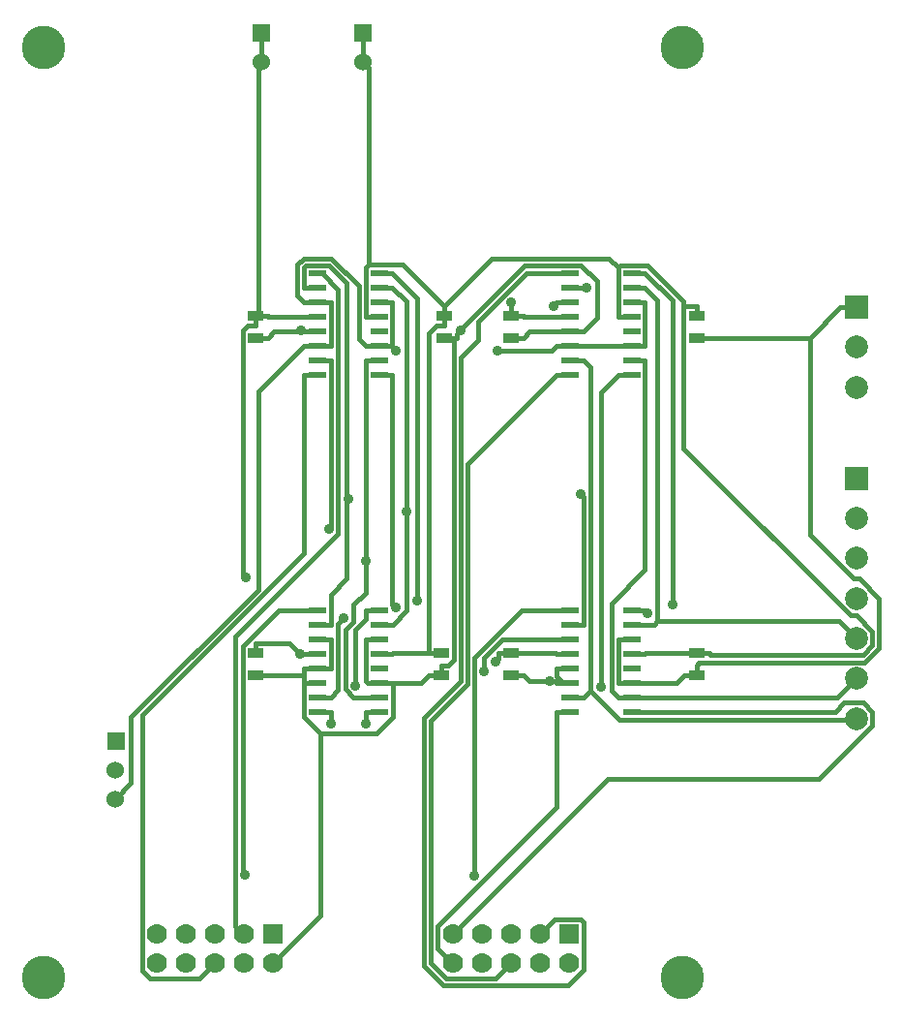
<source format=gtl>
G04 (created by PCBNEW (2013-jul-07)-stable) date Thu 19 Jul 2018 04:00:03 PM PDT*
%MOIN*%
G04 Gerber Fmt 3.4, Leading zero omitted, Abs format*
%FSLAX34Y34*%
G01*
G70*
G90*
G04 APERTURE LIST*
%ADD10C,0.00590551*%
%ADD11R,0.055X0.035*%
%ADD12R,0.06X0.06*%
%ADD13C,0.06*%
%ADD14R,0.0787402X0.0787402*%
%ADD15C,0.0787402*%
%ADD16R,0.07X0.07*%
%ADD17C,0.07*%
%ADD18R,0.0610236X0.023622*%
%ADD19C,0.15*%
%ADD20C,0.035*%
%ADD21C,0.015*%
G04 APERTURE END LIST*
G54D10*
G54D11*
X54000Y-52325D03*
X54000Y-53075D03*
X47600Y-53075D03*
X47600Y-52325D03*
X54000Y-40725D03*
X54000Y-41475D03*
X47600Y-41475D03*
X47600Y-40725D03*
X45200Y-52325D03*
X45200Y-53075D03*
X38800Y-53075D03*
X38800Y-52325D03*
X45300Y-40725D03*
X45300Y-41475D03*
X38800Y-41475D03*
X38800Y-40725D03*
G54D12*
X34010Y-55350D03*
G54D13*
X33980Y-56350D03*
X33980Y-57350D03*
G54D12*
X39000Y-31000D03*
G54D13*
X39000Y-32000D03*
G54D12*
X42500Y-31000D03*
G54D13*
X42500Y-32000D03*
G54D14*
X59500Y-46316D03*
G54D15*
X59500Y-47694D03*
X59500Y-49072D03*
X59500Y-50450D03*
X59500Y-51827D03*
X59500Y-53205D03*
X59500Y-54583D03*
X59500Y-41800D03*
G54D14*
X59500Y-40422D03*
G54D15*
X59500Y-43178D03*
G54D16*
X39400Y-62000D03*
G54D17*
X39400Y-63000D03*
X38400Y-62000D03*
X38400Y-63000D03*
X37400Y-62000D03*
X37400Y-63000D03*
X36400Y-62000D03*
X36400Y-63000D03*
X35400Y-62000D03*
X35400Y-63000D03*
G54D16*
X49600Y-62000D03*
G54D17*
X49600Y-63000D03*
X48600Y-62000D03*
X48600Y-63000D03*
X47600Y-62000D03*
X47600Y-63000D03*
X46600Y-62000D03*
X46600Y-63000D03*
X45600Y-62000D03*
X45600Y-63000D03*
G54D18*
X49637Y-50850D03*
X49637Y-51350D03*
X49637Y-51850D03*
X49637Y-52350D03*
X51762Y-52350D03*
X51762Y-51850D03*
X51762Y-51350D03*
X51762Y-50850D03*
X49637Y-52850D03*
X49637Y-53350D03*
X49637Y-53850D03*
X49637Y-54350D03*
X51762Y-53350D03*
X51762Y-53850D03*
X51762Y-54350D03*
X51762Y-52850D03*
X49637Y-39250D03*
X49637Y-39750D03*
X49637Y-40250D03*
X49637Y-40750D03*
X51762Y-40750D03*
X51762Y-40250D03*
X51762Y-39750D03*
X51762Y-39250D03*
X49637Y-41250D03*
X49637Y-41750D03*
X49637Y-42250D03*
X49637Y-42750D03*
X51762Y-41750D03*
X51762Y-42250D03*
X51762Y-42750D03*
X51762Y-41250D03*
X40937Y-50850D03*
X40937Y-51350D03*
X40937Y-51850D03*
X40937Y-52350D03*
X43062Y-52350D03*
X43062Y-51850D03*
X43062Y-51350D03*
X43062Y-50850D03*
X40937Y-52850D03*
X40937Y-53350D03*
X40937Y-53850D03*
X40937Y-54350D03*
X43062Y-53350D03*
X43062Y-53850D03*
X43062Y-54350D03*
X43062Y-52850D03*
X40937Y-39250D03*
X40937Y-39750D03*
X40937Y-40250D03*
X40937Y-40750D03*
X43062Y-40750D03*
X43062Y-40250D03*
X43062Y-39750D03*
X43062Y-39250D03*
X40937Y-41250D03*
X40937Y-41750D03*
X40937Y-42250D03*
X40937Y-42750D03*
X43062Y-41750D03*
X43062Y-42250D03*
X43062Y-42750D03*
X43062Y-41250D03*
G54D19*
X31500Y-31500D03*
X53500Y-31500D03*
X53500Y-63500D03*
X31500Y-63500D03*
G54D20*
X40339Y-52350D03*
X47062Y-52616D03*
X38475Y-49706D03*
X47600Y-40268D03*
X49063Y-40398D03*
X50210Y-39760D03*
X52324Y-50952D03*
X46343Y-59988D03*
X50702Y-53498D03*
X44391Y-50539D03*
X43646Y-50772D03*
X38452Y-59947D03*
X42255Y-53447D03*
X42602Y-54742D03*
X41397Y-54742D03*
X53175Y-50640D03*
X45861Y-41226D03*
X48931Y-53289D03*
X40360Y-41228D03*
X46678Y-52956D03*
X50003Y-46858D03*
X43633Y-41914D03*
X47152Y-41914D03*
X41995Y-47022D03*
X44012Y-47446D03*
X42602Y-49170D03*
X41327Y-48050D03*
X41852Y-51122D03*
G54D21*
X45200Y-52325D02*
X44769Y-52325D01*
X51762Y-52350D02*
X52223Y-52350D01*
X52248Y-52325D02*
X52223Y-52350D01*
X53569Y-52325D02*
X52248Y-52325D01*
X45300Y-40725D02*
X45300Y-41055D01*
X51762Y-40750D02*
X51302Y-40750D01*
X45300Y-40725D02*
X45300Y-40394D01*
X54000Y-40725D02*
X54000Y-40394D01*
X51302Y-39062D02*
X51302Y-40750D01*
X54000Y-52325D02*
X53569Y-52325D01*
X54000Y-52325D02*
X54430Y-52325D01*
X54481Y-52376D02*
X54430Y-52325D01*
X59734Y-52376D02*
X54481Y-52376D01*
X60051Y-52060D02*
X59734Y-52376D01*
X60051Y-51592D02*
X60051Y-52060D01*
X59494Y-51035D02*
X60051Y-51592D01*
X59309Y-51035D02*
X59494Y-51035D01*
X53551Y-45277D02*
X59309Y-51035D01*
X53551Y-40394D02*
X53551Y-45277D01*
X53551Y-40226D02*
X53551Y-40394D01*
X52301Y-38976D02*
X53551Y-40226D01*
X51388Y-38976D02*
X52301Y-38976D01*
X51302Y-39062D02*
X51388Y-38976D01*
X53551Y-40394D02*
X54000Y-40394D01*
X45047Y-41055D02*
X45300Y-41055D01*
X44769Y-41332D02*
X45047Y-41055D01*
X44769Y-52325D02*
X44769Y-41332D01*
X43062Y-52350D02*
X43523Y-52350D01*
X43548Y-52325D02*
X43523Y-52350D01*
X44769Y-52325D02*
X43548Y-52325D01*
X42500Y-31000D02*
X42500Y-32000D01*
X43062Y-40750D02*
X42602Y-40750D01*
X42695Y-32195D02*
X42500Y-32000D01*
X42695Y-38969D02*
X42695Y-32195D01*
X42602Y-39062D02*
X42695Y-38969D01*
X42602Y-40750D02*
X42602Y-39062D01*
X43874Y-38969D02*
X45300Y-40394D01*
X42695Y-38969D02*
X43874Y-38969D01*
X46948Y-38746D02*
X45300Y-40394D01*
X50986Y-38746D02*
X46948Y-38746D01*
X51302Y-39062D02*
X50986Y-38746D01*
X39000Y-31000D02*
X39000Y-32000D01*
X47600Y-52325D02*
X48030Y-52325D01*
X49151Y-52325D02*
X48030Y-52325D01*
X49176Y-52350D02*
X49151Y-52325D01*
X49637Y-52350D02*
X49176Y-52350D01*
X38800Y-52325D02*
X38800Y-51994D01*
X39984Y-51994D02*
X40339Y-52350D01*
X38800Y-51994D02*
X39984Y-51994D01*
X40339Y-52350D02*
X40937Y-52350D01*
X47600Y-52325D02*
X47169Y-52325D01*
X47169Y-52509D02*
X47062Y-52616D01*
X47169Y-52325D02*
X47169Y-52509D01*
X38369Y-49601D02*
X38475Y-49706D01*
X38369Y-41232D02*
X38369Y-49601D01*
X38547Y-41055D02*
X38369Y-41232D01*
X38800Y-41055D02*
X38547Y-41055D01*
X38800Y-40725D02*
X38800Y-41055D01*
X39255Y-40750D02*
X39230Y-40725D01*
X40937Y-40750D02*
X39255Y-40750D01*
X38800Y-40725D02*
X38909Y-40725D01*
X38909Y-40725D02*
X39230Y-40725D01*
X38909Y-32090D02*
X39000Y-32000D01*
X38909Y-40725D02*
X38909Y-32090D01*
X48055Y-40750D02*
X49637Y-40750D01*
X48030Y-40725D02*
X48055Y-40750D01*
X47600Y-40725D02*
X48030Y-40725D01*
X47600Y-40725D02*
X47600Y-40394D01*
X47600Y-40394D02*
X47600Y-40268D01*
X49176Y-40285D02*
X49063Y-40398D01*
X49176Y-40250D02*
X49176Y-40285D01*
X49637Y-40250D02*
X49176Y-40250D01*
X50107Y-39760D02*
X50210Y-39760D01*
X50097Y-39750D02*
X50107Y-39760D01*
X49637Y-39750D02*
X50097Y-39750D01*
X49637Y-54350D02*
X49176Y-54350D01*
X45081Y-62481D02*
X45600Y-63000D01*
X45081Y-61722D02*
X45081Y-62481D01*
X49176Y-57626D02*
X45081Y-61722D01*
X49176Y-54350D02*
X49176Y-57626D01*
X52223Y-50851D02*
X52324Y-50952D01*
X52223Y-50850D02*
X52223Y-50851D01*
X51762Y-50850D02*
X52223Y-50850D01*
X46343Y-52493D02*
X46343Y-59988D01*
X47987Y-50850D02*
X46343Y-52493D01*
X49637Y-50850D02*
X47987Y-50850D01*
X50944Y-56655D02*
X45600Y-62000D01*
X58212Y-56655D02*
X50944Y-56655D01*
X60058Y-54808D02*
X58212Y-56655D01*
X60058Y-54343D02*
X60058Y-54808D01*
X59749Y-54033D02*
X60058Y-54343D01*
X59092Y-54033D02*
X59749Y-54033D01*
X58776Y-54350D02*
X59092Y-54033D01*
X51762Y-54350D02*
X58776Y-54350D01*
X49637Y-42750D02*
X49176Y-42750D01*
X46107Y-45818D02*
X49176Y-42750D01*
X46107Y-53385D02*
X46107Y-45818D01*
X44851Y-54642D02*
X46107Y-53385D01*
X44851Y-62982D02*
X44851Y-54642D01*
X45390Y-63521D02*
X44851Y-62982D01*
X47078Y-63521D02*
X45390Y-63521D01*
X47600Y-63000D02*
X47078Y-63521D01*
X51762Y-42750D02*
X51302Y-42750D01*
X50702Y-43349D02*
X50702Y-53498D01*
X51302Y-42750D02*
X50702Y-43349D01*
X41100Y-39250D02*
X40937Y-39250D01*
X41657Y-39807D02*
X41100Y-39250D01*
X41657Y-48210D02*
X41657Y-39807D01*
X38121Y-51746D02*
X41657Y-48210D01*
X38121Y-61721D02*
X38121Y-51746D01*
X38400Y-62000D02*
X38121Y-61721D01*
X44391Y-40118D02*
X44391Y-50539D01*
X43523Y-39250D02*
X44391Y-40118D01*
X43062Y-39250D02*
X43523Y-39250D01*
X43523Y-50648D02*
X43523Y-42750D01*
X43646Y-50772D02*
X43523Y-50648D01*
X43062Y-42750D02*
X43523Y-42750D01*
X36876Y-63523D02*
X37400Y-63000D01*
X35177Y-63523D02*
X36876Y-63523D01*
X34894Y-63240D02*
X35177Y-63523D01*
X34894Y-54466D02*
X34894Y-63240D01*
X40476Y-48884D02*
X34894Y-54466D01*
X40476Y-42750D02*
X40476Y-48884D01*
X40937Y-42750D02*
X40476Y-42750D01*
X40937Y-50850D02*
X40476Y-50850D01*
X38369Y-59865D02*
X38452Y-59947D01*
X38369Y-52079D02*
X38369Y-59865D01*
X39599Y-50850D02*
X38369Y-52079D01*
X40476Y-50850D02*
X39599Y-50850D01*
X43062Y-50850D02*
X42602Y-50850D01*
X42602Y-51164D02*
X42602Y-50850D01*
X42255Y-51511D02*
X42602Y-51164D01*
X42255Y-53447D02*
X42255Y-51511D01*
X49105Y-61494D02*
X48600Y-62000D01*
X50021Y-61494D02*
X49105Y-61494D01*
X50105Y-61578D02*
X50021Y-61494D01*
X50105Y-63210D02*
X50105Y-61578D01*
X49563Y-63751D02*
X50105Y-63210D01*
X45291Y-63751D02*
X49563Y-63751D01*
X44620Y-63081D02*
X45291Y-63751D01*
X44620Y-54547D02*
X44620Y-63081D01*
X45877Y-53290D02*
X44620Y-54547D01*
X45877Y-42146D02*
X45877Y-53290D01*
X46466Y-41557D02*
X45877Y-42146D01*
X46466Y-40919D02*
X46466Y-41557D01*
X48135Y-39250D02*
X46466Y-40919D01*
X49637Y-39250D02*
X48135Y-39250D01*
X43062Y-54350D02*
X42602Y-54350D01*
X42602Y-54350D02*
X42602Y-54742D01*
X40937Y-54350D02*
X41397Y-54350D01*
X41397Y-54350D02*
X41397Y-54742D01*
X53175Y-40201D02*
X53175Y-50640D01*
X52223Y-39250D02*
X53175Y-40201D01*
X51762Y-39250D02*
X52223Y-39250D01*
X40937Y-51850D02*
X41397Y-51850D01*
X47600Y-41475D02*
X48030Y-41475D01*
X38800Y-41475D02*
X39230Y-41475D01*
X40937Y-41250D02*
X40476Y-41250D01*
X48255Y-41250D02*
X48030Y-41475D01*
X49637Y-41250D02*
X48255Y-41250D01*
X54000Y-53075D02*
X53569Y-53075D01*
X47600Y-53075D02*
X48030Y-53075D01*
X59500Y-40422D02*
X58951Y-40422D01*
X40937Y-52850D02*
X41397Y-52850D01*
X43062Y-51850D02*
X42602Y-51850D01*
X41397Y-52850D02*
X41397Y-51850D01*
X48244Y-53289D02*
X48931Y-53289D01*
X48030Y-53075D02*
X48244Y-53289D01*
X49115Y-53289D02*
X49176Y-53350D01*
X48931Y-53289D02*
X49115Y-53289D01*
X49637Y-53350D02*
X49406Y-53350D01*
X49406Y-53350D02*
X49176Y-53350D01*
X49176Y-53119D02*
X49176Y-52850D01*
X49406Y-53350D02*
X49176Y-53119D01*
X49637Y-52850D02*
X49176Y-52850D01*
X53294Y-53350D02*
X51762Y-53350D01*
X53569Y-53075D02*
X53294Y-53350D01*
X51302Y-53350D02*
X51302Y-51850D01*
X51762Y-53350D02*
X51302Y-53350D01*
X51762Y-51850D02*
X51302Y-51850D01*
X54000Y-53075D02*
X54000Y-52744D01*
X58951Y-40422D02*
X57898Y-41475D01*
X57898Y-41475D02*
X54000Y-41475D01*
X57898Y-48264D02*
X57898Y-41475D01*
X59395Y-49761D02*
X57898Y-48264D01*
X59599Y-49761D02*
X59395Y-49761D01*
X60281Y-50442D02*
X59599Y-49761D01*
X60281Y-52155D02*
X60281Y-50442D01*
X59781Y-52655D02*
X60281Y-52155D01*
X54089Y-52655D02*
X59781Y-52655D01*
X54000Y-52744D02*
X54089Y-52655D01*
X43062Y-53350D02*
X42660Y-53350D01*
X42602Y-53292D02*
X42602Y-51850D01*
X42660Y-53350D02*
X42602Y-53292D01*
X40360Y-41250D02*
X40360Y-41228D01*
X39455Y-41250D02*
X40360Y-41250D01*
X39230Y-41475D02*
X39455Y-41250D01*
X40360Y-41250D02*
X40476Y-41250D01*
X45200Y-53075D02*
X44769Y-53075D01*
X45300Y-41475D02*
X45622Y-41475D01*
X45622Y-41475D02*
X45630Y-41475D01*
X45630Y-41475D02*
X45730Y-41475D01*
X45452Y-52744D02*
X45200Y-52744D01*
X45630Y-52567D02*
X45452Y-52744D01*
X45630Y-41475D02*
X45630Y-52567D01*
X45200Y-53075D02*
X45200Y-52744D01*
X49637Y-41250D02*
X50097Y-41250D01*
X45730Y-41357D02*
X45861Y-41226D01*
X45730Y-41475D02*
X45730Y-41357D01*
X40937Y-53350D02*
X40706Y-53350D01*
X40937Y-52850D02*
X40476Y-52850D01*
X38800Y-53075D02*
X39230Y-53075D01*
X40476Y-53075D02*
X40476Y-52850D01*
X45861Y-41176D02*
X45861Y-41226D01*
X48061Y-38976D02*
X45861Y-41176D01*
X50024Y-38976D02*
X48061Y-38976D01*
X50563Y-39515D02*
X50024Y-38976D01*
X50563Y-40784D02*
X50563Y-39515D01*
X50097Y-41250D02*
X50563Y-40784D01*
X40476Y-53075D02*
X39230Y-53075D01*
X44494Y-53350D02*
X43535Y-53350D01*
X44769Y-53075D02*
X44494Y-53350D01*
X43535Y-53350D02*
X43062Y-53350D01*
X40706Y-53350D02*
X40476Y-53350D01*
X40476Y-53350D02*
X40476Y-53075D01*
X41029Y-61370D02*
X39400Y-63000D01*
X41029Y-55085D02*
X41029Y-61370D01*
X42986Y-55085D02*
X41029Y-55085D01*
X43535Y-54537D02*
X42986Y-55085D01*
X43535Y-53350D02*
X43535Y-54537D01*
X40476Y-54533D02*
X40476Y-53350D01*
X41029Y-55085D02*
X40476Y-54533D01*
X46678Y-52490D02*
X46678Y-52956D01*
X47318Y-51850D02*
X46678Y-52490D01*
X49637Y-51850D02*
X47318Y-51850D01*
X50097Y-46953D02*
X50003Y-46858D01*
X50097Y-51350D02*
X50097Y-46953D01*
X49637Y-51350D02*
X50097Y-51350D01*
X40937Y-40250D02*
X41397Y-40250D01*
X52223Y-41750D02*
X52223Y-40250D01*
X51762Y-41750D02*
X52223Y-41750D01*
X51762Y-40250D02*
X52223Y-40250D01*
X41397Y-40250D02*
X41397Y-41750D01*
X41167Y-41750D02*
X41397Y-41750D01*
X43062Y-40250D02*
X43523Y-40250D01*
X49012Y-41914D02*
X47152Y-41914D01*
X49176Y-41750D02*
X49012Y-41914D01*
X43523Y-41750D02*
X43523Y-40250D01*
X43633Y-41859D02*
X43633Y-41914D01*
X43523Y-41750D02*
X43633Y-41859D01*
X43293Y-41750D02*
X43523Y-41750D01*
X49464Y-41750D02*
X49176Y-41750D01*
X43293Y-41750D02*
X43062Y-41750D01*
X40238Y-40012D02*
X40476Y-40250D01*
X40238Y-38965D02*
X40238Y-40012D01*
X40462Y-38741D02*
X40238Y-38965D01*
X41424Y-38741D02*
X40462Y-38741D01*
X42360Y-39678D02*
X41424Y-38741D01*
X42360Y-41507D02*
X42360Y-39678D01*
X42602Y-41750D02*
X42360Y-41507D01*
X43062Y-41750D02*
X42602Y-41750D01*
X40937Y-40250D02*
X40476Y-40250D01*
X49464Y-41750D02*
X49637Y-41750D01*
X49637Y-41750D02*
X51762Y-41750D01*
X41167Y-41750D02*
X40937Y-41750D01*
X40937Y-41750D02*
X40476Y-41750D01*
X34524Y-56805D02*
X33980Y-57350D01*
X34524Y-54510D02*
X34524Y-56805D01*
X38895Y-50140D02*
X34524Y-54510D01*
X38895Y-43331D02*
X38895Y-50140D01*
X40476Y-41750D02*
X38895Y-43331D01*
X40937Y-51350D02*
X41397Y-51350D01*
X40937Y-39750D02*
X40476Y-39750D01*
X40476Y-39057D02*
X40476Y-39750D01*
X40558Y-38976D02*
X40476Y-39057D01*
X41328Y-38976D02*
X40558Y-38976D01*
X41955Y-39603D02*
X41328Y-38976D01*
X41955Y-47022D02*
X41955Y-39603D01*
X41955Y-47022D02*
X41995Y-47022D01*
X41397Y-50319D02*
X41397Y-51350D01*
X41955Y-49761D02*
X41397Y-50319D01*
X41955Y-47022D02*
X41955Y-49761D01*
X43062Y-39750D02*
X43523Y-39750D01*
X43062Y-51350D02*
X43523Y-51350D01*
X44012Y-50872D02*
X44012Y-47446D01*
X43535Y-51350D02*
X44012Y-50872D01*
X43523Y-51350D02*
X43535Y-51350D01*
X44012Y-40239D02*
X44012Y-47446D01*
X43523Y-39750D02*
X44012Y-40239D01*
X43062Y-42250D02*
X42602Y-42250D01*
X42602Y-42250D02*
X42602Y-49170D01*
X43062Y-53850D02*
X42602Y-53850D01*
X42602Y-50249D02*
X42602Y-49170D01*
X42182Y-50670D02*
X42602Y-50249D01*
X42182Y-51259D02*
X42182Y-50670D01*
X41910Y-51531D02*
X42182Y-51259D01*
X41910Y-53571D02*
X41910Y-51531D01*
X42188Y-53850D02*
X41910Y-53571D01*
X42602Y-53850D02*
X42188Y-53850D01*
X40937Y-42250D02*
X41397Y-42250D01*
X41397Y-47980D02*
X41327Y-48050D01*
X41397Y-42250D02*
X41397Y-47980D01*
X41653Y-53593D02*
X41397Y-53850D01*
X41653Y-51320D02*
X41653Y-53593D01*
X41852Y-51122D02*
X41653Y-51320D01*
X40937Y-53850D02*
X41397Y-53850D01*
X51762Y-39750D02*
X52223Y-39750D01*
X52655Y-40182D02*
X52655Y-51231D01*
X52223Y-39750D02*
X52655Y-40182D01*
X52537Y-51350D02*
X52655Y-51231D01*
X51762Y-51350D02*
X52537Y-51350D01*
X58903Y-51231D02*
X59500Y-51827D01*
X52655Y-51231D02*
X58903Y-51231D01*
X58855Y-53850D02*
X59500Y-53205D01*
X51762Y-53850D02*
X58855Y-53850D01*
X51072Y-53619D02*
X51302Y-53850D01*
X51072Y-50619D02*
X51072Y-53619D01*
X52223Y-49468D02*
X51072Y-50619D01*
X52223Y-42250D02*
X52223Y-49468D01*
X51762Y-42250D02*
X52223Y-42250D01*
X51762Y-53850D02*
X51302Y-53850D01*
X49637Y-53850D02*
X50097Y-53850D01*
X49637Y-42250D02*
X50097Y-42250D01*
X59457Y-54626D02*
X59500Y-54583D01*
X51355Y-54626D02*
X59457Y-54626D01*
X50338Y-53608D02*
X51355Y-54626D01*
X50338Y-42491D02*
X50338Y-53608D01*
X50097Y-42250D02*
X50338Y-42491D01*
X50338Y-53608D02*
X50097Y-53850D01*
M02*

</source>
